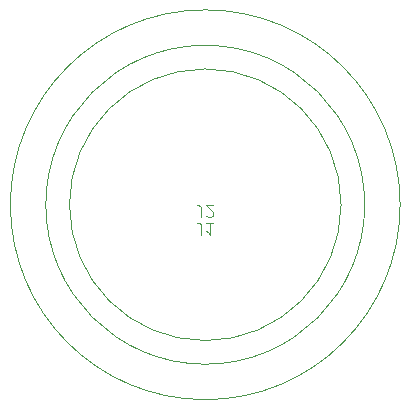
<source format=gbr>
%TF.GenerationSoftware,KiCad,Pcbnew,7.0.1*%
%TF.CreationDate,2023-04-25T20:00:12+01:00*%
%TF.ProjectId,BreakawayConnector,42726561-6b61-4776-9179-436f6e6e6563,rev?*%
%TF.SameCoordinates,Original*%
%TF.FileFunction,Legend,Bot*%
%TF.FilePolarity,Positive*%
%FSLAX46Y46*%
G04 Gerber Fmt 4.6, Leading zero omitted, Abs format (unit mm)*
G04 Created by KiCad (PCBNEW 7.0.1) date 2023-04-25 20:00:12*
%MOMM*%
%LPD*%
G01*
G04 APERTURE LIST*
%ADD10C,0.100000*%
G04 APERTURE END LIST*
D10*
%TO.C,J2*%
X99666666Y-101037380D02*
X99666666Y-100323095D01*
X99666666Y-100323095D02*
X99619047Y-100180238D01*
X99619047Y-100180238D02*
X99523809Y-100085000D01*
X99523809Y-100085000D02*
X99380952Y-100037380D01*
X99380952Y-100037380D02*
X99285714Y-100037380D01*
X100095238Y-100942142D02*
X100142857Y-100989761D01*
X100142857Y-100989761D02*
X100238095Y-101037380D01*
X100238095Y-101037380D02*
X100476190Y-101037380D01*
X100476190Y-101037380D02*
X100571428Y-100989761D01*
X100571428Y-100989761D02*
X100619047Y-100942142D01*
X100619047Y-100942142D02*
X100666666Y-100846904D01*
X100666666Y-100846904D02*
X100666666Y-100751666D01*
X100666666Y-100751666D02*
X100619047Y-100608809D01*
X100619047Y-100608809D02*
X100047619Y-100037380D01*
X100047619Y-100037380D02*
X100666666Y-100037380D01*
%TO.C,J1*%
X99666666Y-102537380D02*
X99666666Y-101823095D01*
X99666666Y-101823095D02*
X99619047Y-101680238D01*
X99619047Y-101680238D02*
X99523809Y-101585000D01*
X99523809Y-101585000D02*
X99380952Y-101537380D01*
X99380952Y-101537380D02*
X99285714Y-101537380D01*
X100666666Y-101537380D02*
X100095238Y-101537380D01*
X100380952Y-101537380D02*
X100380952Y-102537380D01*
X100380952Y-102537380D02*
X100285714Y-102394523D01*
X100285714Y-102394523D02*
X100190476Y-102299285D01*
X100190476Y-102299285D02*
X100095238Y-102251666D01*
%TO.C,J2*%
X113500000Y-100000000D02*
G75*
G03*
X113500000Y-100000000I-13500000J0D01*
G01*
X111500000Y-100000000D02*
G75*
G03*
X111500000Y-100000000I-11500000J0D01*
G01*
%TO.C,J1*%
X113500000Y-100000000D02*
G75*
G03*
X113500000Y-100000000I-13500000J0D01*
G01*
X116500000Y-100000000D02*
G75*
G03*
X116500000Y-100000000I-16500000J0D01*
G01*
%TD*%
M02*

</source>
